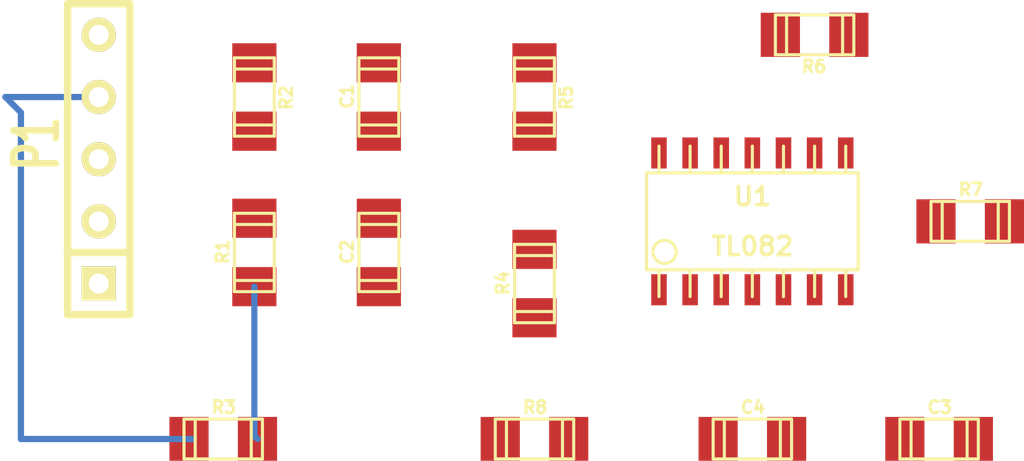
<source format=kicad_pcb>
(kicad_pcb (version 3) (host pcbnew "(2013-07-07 BZR 4022)-stable")

  (general
    (links 28)
    (no_connects 28)
    (area 15.23873 18.48612 57.466497 38.66388)
    (thickness 1.6)
    (drawings 0)
    (tracks 8)
    (zones 0)
    (modules 14)
    (nets 10)
  )

  (page A3)
  (layers
    (15 F.Cu signal)
    (0 B.Cu signal)
    (16 B.Adhes user)
    (17 F.Adhes user)
    (18 B.Paste user)
    (19 F.Paste user)
    (20 B.SilkS user)
    (21 F.SilkS user)
    (22 B.Mask user)
    (23 F.Mask user)
    (24 Dwgs.User user)
    (25 Cmts.User user)
    (26 Eco1.User user)
    (27 Eco2.User user)
    (28 Edge.Cuts user)
  )

  (setup
    (last_trace_width 0.254)
    (trace_clearance 0.254)
    (zone_clearance 0.508)
    (zone_45_only no)
    (trace_min 0.254)
    (segment_width 0.2)
    (edge_width 0.1)
    (via_size 0.889)
    (via_drill 0.635)
    (via_min_size 0.889)
    (via_min_drill 0.508)
    (uvia_size 0.508)
    (uvia_drill 0.127)
    (uvias_allowed no)
    (uvia_min_size 0.508)
    (uvia_min_drill 0.127)
    (pcb_text_width 0.3)
    (pcb_text_size 1.5 1.5)
    (mod_edge_width 0.15)
    (mod_text_size 1 1)
    (mod_text_width 0.15)
    (pad_size 1.5 1.5)
    (pad_drill 0.6)
    (pad_to_mask_clearance 0)
    (aux_axis_origin 0 0)
    (visible_elements 7FFFFFFF)
    (pcbplotparams
      (layerselection 3178497)
      (usegerberextensions true)
      (excludeedgelayer true)
      (linewidth 0.150000)
      (plotframeref false)
      (viasonmask false)
      (mode 1)
      (useauxorigin false)
      (hpglpennumber 1)
      (hpglpenspeed 20)
      (hpglpendiameter 15)
      (hpglpenoverlay 2)
      (psnegative false)
      (psa4output false)
      (plotreference true)
      (plotvalue true)
      (plotothertext true)
      (plotinvisibletext false)
      (padsonsilk false)
      (subtractmaskfromsilk false)
      (outputformat 1)
      (mirror false)
      (drillshape 1)
      (scaleselection 1)
      (outputdirectory ""))
  )

  (net 0 "")
  (net 1 N-000001)
  (net 2 N-000002)
  (net 3 N-000003)
  (net 4 N-000004)
  (net 5 N-000005)
  (net 6 N-000006)
  (net 7 N-000007)
  (net 8 N-000008)
  (net 9 N-000009)

  (net_class Default "Dies ist die voreingestellte Netzklasse."
    (clearance 0.254)
    (trace_width 0.254)
    (via_dia 0.889)
    (via_drill 0.635)
    (uvia_dia 0.508)
    (uvia_drill 0.127)
    (add_net "")
    (add_net N-000001)
    (add_net N-000002)
    (add_net N-000003)
    (add_net N-000004)
    (add_net N-000005)
    (add_net N-000006)
    (add_net N-000007)
    (add_net N-000008)
    (add_net N-000009)
  )

  (module so-14 (layer F.Cu) (tedit 48A6BF8F) (tstamp 537D1C92)
    (at 45.72 27.94)
    (descr SO-14)
    (path /537F7E44)
    (attr smd)
    (fp_text reference U1 (at 0 -1.016) (layer F.SilkS)
      (effects (font (size 0.7493 0.7493) (thickness 0.14986)))
    )
    (fp_text value TL082 (at 0 1.016) (layer F.SilkS)
      (effects (font (size 0.7493 0.7493) (thickness 0.14986)))
    )
    (fp_line (start -4.318 -1.9812) (end -4.318 1.9812) (layer F.SilkS) (width 0.127))
    (fp_line (start -4.318 1.9812) (end 4.318 1.9812) (layer F.SilkS) (width 0.127))
    (fp_line (start 4.318 1.9812) (end 4.318 -1.9812) (layer F.SilkS) (width 0.127))
    (fp_line (start 4.318 -1.9812) (end -4.318 -1.9812) (layer F.SilkS) (width 0.127))
    (fp_line (start -2.54 -1.9812) (end -2.54 -3.0734) (layer F.SilkS) (width 0.127))
    (fp_line (start -1.27 -1.9812) (end -1.27 -3.0734) (layer F.SilkS) (width 0.127))
    (fp_line (start 0 -1.9812) (end 0 -3.0734) (layer F.SilkS) (width 0.127))
    (fp_line (start -3.81 -1.9812) (end -3.81 -3.0734) (layer F.SilkS) (width 0.127))
    (fp_line (start 1.27 -3.0734) (end 1.27 -1.9812) (layer F.SilkS) (width 0.127))
    (fp_line (start 2.54 -3.0734) (end 2.54 -1.9812) (layer F.SilkS) (width 0.127))
    (fp_line (start 3.81 -3.0734) (end 3.81 -1.9812) (layer F.SilkS) (width 0.127))
    (fp_line (start 3.81 1.9812) (end 3.81 3.0734) (layer F.SilkS) (width 0.127))
    (fp_line (start 2.54 1.9812) (end 2.54 3.0734) (layer F.SilkS) (width 0.127))
    (fp_line (start -3.81 1.9812) (end -3.81 3.0734) (layer F.SilkS) (width 0.127))
    (fp_line (start -2.54 3.0734) (end -2.54 1.9812) (layer F.SilkS) (width 0.127))
    (fp_line (start 1.27 3.0734) (end 1.27 1.9812) (layer F.SilkS) (width 0.127))
    (fp_line (start 0 3.0734) (end 0 1.9812) (layer F.SilkS) (width 0.127))
    (fp_line (start -1.27 3.0734) (end -1.27 1.9812) (layer F.SilkS) (width 0.127))
    (fp_circle (center -3.5814 1.2446) (end -3.8608 1.6256) (layer F.SilkS) (width 0.127))
    (pad 1 smd rect (at -3.81 2.794) (size 0.635 1.27)
      (layers F.Cu F.Paste F.Mask)
      (net 8 N-000008)
    )
    (pad 2 smd rect (at -2.54 2.794) (size 0.635 1.27)
      (layers F.Cu F.Paste F.Mask)
      (net 2 N-000002)
    )
    (pad 3 smd rect (at -1.27 2.794) (size 0.635 1.27)
      (layers F.Cu F.Paste F.Mask)
      (net 5 N-000005)
    )
    (pad 4 smd rect (at 0 2.794) (size 0.635 1.27)
      (layers F.Cu F.Paste F.Mask)
      (net 4 N-000004)
    )
    (pad 5 smd rect (at 1.27 2.794) (size 0.635 1.27)
      (layers F.Cu F.Paste F.Mask)
      (net 3 N-000003)
    )
    (pad 6 smd rect (at 2.54 2.794) (size 0.635 1.27)
      (layers F.Cu F.Paste F.Mask)
      (net 9 N-000009)
    )
    (pad 7 smd rect (at 3.81 2.794) (size 0.635 1.27)
      (layers F.Cu F.Paste F.Mask)
      (net 9 N-000009)
    )
    (pad 8 smd rect (at 3.81 -2.794) (size 0.635 1.27)
      (layers F.Cu F.Paste F.Mask)
      (net 1 N-000001)
    )
    (pad 9 smd rect (at 2.54 -2.794) (size 0.635 1.27)
      (layers F.Cu F.Paste F.Mask)
    )
    (pad 10 smd rect (at 1.27 -2.794) (size 0.635 1.27)
      (layers F.Cu F.Paste F.Mask)
    )
    (pad 11 smd rect (at 0 -2.794) (size 0.635 1.27)
      (layers F.Cu F.Paste F.Mask)
    )
    (pad 12 smd rect (at -1.27 -2.794) (size 0.635 1.27)
      (layers F.Cu F.Paste F.Mask)
    )
    (pad 13 smd rect (at -2.54 -2.794) (size 0.635 1.27)
      (layers F.Cu F.Paste F.Mask)
    )
    (pad 14 smd rect (at -3.81 -2.794) (size 0.635 1.27)
      (layers F.Cu F.Paste F.Mask)
    )
    (model smd/smd_dil/so-14.wrl
      (at (xyz 0 0 0))
      (scale (xyz 1 1 1))
      (rotate (xyz 0 0 0))
    )
  )

  (module SIL-5 (layer F.Cu) (tedit 200000) (tstamp 537D1CA0)
    (at 19.05 24.13 90)
    (descr "Connecteur 5 pins")
    (tags "CONN DEV")
    (path /537F7E62)
    (fp_text reference P1 (at -0.635 -2.54 90) (layer F.SilkS)
      (effects (font (size 1.72974 1.08712) (thickness 0.3048)))
    )
    (fp_text value CONN_5 (at 0 -2.54 90) (layer F.SilkS) hide
      (effects (font (size 1.524 1.016) (thickness 0.3048)))
    )
    (fp_line (start -7.62 1.27) (end -7.62 -1.27) (layer F.SilkS) (width 0.3048))
    (fp_line (start -7.62 -1.27) (end 5.08 -1.27) (layer F.SilkS) (width 0.3048))
    (fp_line (start 5.08 -1.27) (end 5.08 1.27) (layer F.SilkS) (width 0.3048))
    (fp_line (start 5.08 1.27) (end -7.62 1.27) (layer F.SilkS) (width 0.3048))
    (fp_line (start -5.08 1.27) (end -5.08 -1.27) (layer F.SilkS) (width 0.3048))
    (pad 1 thru_hole rect (at -6.35 0 90) (size 1.397 1.397) (drill 0.8128)
      (layers *.Cu *.Mask F.SilkS)
      (net 1 N-000001)
    )
    (pad 2 thru_hole circle (at -3.81 0 90) (size 1.397 1.397) (drill 0.8128)
      (layers *.Cu *.Mask F.SilkS)
      (net 7 N-000007)
    )
    (pad 3 thru_hole circle (at -1.27 0 90) (size 1.397 1.397) (drill 0.8128)
      (layers *.Cu *.Mask F.SilkS)
      (net 8 N-000008)
    )
    (pad 4 thru_hole circle (at 1.27 0 90) (size 1.397 1.397) (drill 0.8128)
      (layers *.Cu *.Mask F.SilkS)
      (net 9 N-000009)
    )
    (pad 5 thru_hole circle (at 3.81 0 90) (size 1.397 1.397) (drill 0.8128)
      (layers *.Cu *.Mask F.SilkS)
      (net 4 N-000004)
    )
  )

  (module c_1206 (layer F.Cu) (tedit 490473F0) (tstamp 537D1D65)
    (at 30.48 22.86 90)
    (descr "SMT capacitor, 1206")
    (path /537F7E42)
    (fp_text reference C1 (at 0.0254 -1.2954 90) (layer F.SilkS)
      (effects (font (size 0.50038 0.50038) (thickness 0.11938)))
    )
    (fp_text value C (at 0 1.27 90) (layer F.SilkS) hide
      (effects (font (size 0.50038 0.50038) (thickness 0.11938)))
    )
    (fp_line (start 1.143 0.8128) (end 1.143 -0.8128) (layer F.SilkS) (width 0.127))
    (fp_line (start -1.143 -0.8128) (end -1.143 0.8128) (layer F.SilkS) (width 0.127))
    (fp_line (start -1.6002 -0.8128) (end -1.6002 0.8128) (layer F.SilkS) (width 0.127))
    (fp_line (start -1.6002 0.8128) (end 1.6002 0.8128) (layer F.SilkS) (width 0.127))
    (fp_line (start 1.6002 0.8128) (end 1.6002 -0.8128) (layer F.SilkS) (width 0.127))
    (fp_line (start 1.6002 -0.8128) (end -1.6002 -0.8128) (layer F.SilkS) (width 0.127))
    (pad 1 smd rect (at 1.397 0 90) (size 1.6002 1.8034)
      (layers F.Cu F.Paste F.Mask)
      (net 6 N-000006)
    )
    (pad 2 smd rect (at -1.397 0 90) (size 1.6002 1.8034)
      (layers F.Cu F.Paste F.Mask)
      (net 8 N-000008)
    )
    (model smd/capacitors/c_1206.wrl
      (at (xyz 0 0 0))
      (scale (xyz 1 1 1))
      (rotate (xyz 0 0 0))
    )
  )

  (module c_1206 (layer F.Cu) (tedit 490473F0) (tstamp 537D1D71)
    (at 30.48 29.21 90)
    (descr "SMT capacitor, 1206")
    (path /537F7E41)
    (fp_text reference C2 (at 0.0254 -1.2954 90) (layer F.SilkS)
      (effects (font (size 0.50038 0.50038) (thickness 0.11938)))
    )
    (fp_text value C (at 0 1.27 90) (layer F.SilkS) hide
      (effects (font (size 0.50038 0.50038) (thickness 0.11938)))
    )
    (fp_line (start 1.143 0.8128) (end 1.143 -0.8128) (layer F.SilkS) (width 0.127))
    (fp_line (start -1.143 -0.8128) (end -1.143 0.8128) (layer F.SilkS) (width 0.127))
    (fp_line (start -1.6002 -0.8128) (end -1.6002 0.8128) (layer F.SilkS) (width 0.127))
    (fp_line (start -1.6002 0.8128) (end 1.6002 0.8128) (layer F.SilkS) (width 0.127))
    (fp_line (start 1.6002 0.8128) (end 1.6002 -0.8128) (layer F.SilkS) (width 0.127))
    (fp_line (start 1.6002 -0.8128) (end -1.6002 -0.8128) (layer F.SilkS) (width 0.127))
    (pad 1 smd rect (at 1.397 0 90) (size 1.6002 1.8034)
      (layers F.Cu F.Paste F.Mask)
      (net 6 N-000006)
    )
    (pad 2 smd rect (at -1.397 0 90) (size 1.6002 1.8034)
      (layers F.Cu F.Paste F.Mask)
      (net 2 N-000002)
    )
    (model smd/capacitors/c_1206.wrl
      (at (xyz 0 0 0))
      (scale (xyz 1 1 1))
      (rotate (xyz 0 0 0))
    )
  )

  (module c_1206 (layer F.Cu) (tedit 490473F0) (tstamp 537D1D7D)
    (at 24.13 36.83)
    (descr "SMT capacitor, 1206")
    (path /537F7E40)
    (fp_text reference R3 (at 0.0254 -1.2954) (layer F.SilkS)
      (effects (font (size 0.50038 0.50038) (thickness 0.11938)))
    )
    (fp_text value R (at 0 1.27) (layer F.SilkS) hide
      (effects (font (size 0.50038 0.50038) (thickness 0.11938)))
    )
    (fp_line (start 1.143 0.8128) (end 1.143 -0.8128) (layer F.SilkS) (width 0.127))
    (fp_line (start -1.143 -0.8128) (end -1.143 0.8128) (layer F.SilkS) (width 0.127))
    (fp_line (start -1.6002 -0.8128) (end -1.6002 0.8128) (layer F.SilkS) (width 0.127))
    (fp_line (start -1.6002 0.8128) (end 1.6002 0.8128) (layer F.SilkS) (width 0.127))
    (fp_line (start 1.6002 0.8128) (end 1.6002 -0.8128) (layer F.SilkS) (width 0.127))
    (fp_line (start 1.6002 -0.8128) (end -1.6002 -0.8128) (layer F.SilkS) (width 0.127))
    (pad 1 smd rect (at 1.397 0) (size 1.6002 1.8034)
      (layers F.Cu F.Paste F.Mask)
      (net 6 N-000006)
    )
    (pad 2 smd rect (at -1.397 0) (size 1.6002 1.8034)
      (layers F.Cu F.Paste F.Mask)
      (net 9 N-000009)
    )
    (model smd/capacitors/c_1206.wrl
      (at (xyz 0 0 0))
      (scale (xyz 1 1 1))
      (rotate (xyz 0 0 0))
    )
  )

  (module c_1206 (layer F.Cu) (tedit 490473F0) (tstamp 537D1D89)
    (at 25.4 22.86 270)
    (descr "SMT capacitor, 1206")
    (path /537F7E48)
    (fp_text reference R2 (at 0.0254 -1.2954 270) (layer F.SilkS)
      (effects (font (size 0.50038 0.50038) (thickness 0.11938)))
    )
    (fp_text value R (at 0 1.27 270) (layer F.SilkS) hide
      (effects (font (size 0.50038 0.50038) (thickness 0.11938)))
    )
    (fp_line (start 1.143 0.8128) (end 1.143 -0.8128) (layer F.SilkS) (width 0.127))
    (fp_line (start -1.143 -0.8128) (end -1.143 0.8128) (layer F.SilkS) (width 0.127))
    (fp_line (start -1.6002 -0.8128) (end -1.6002 0.8128) (layer F.SilkS) (width 0.127))
    (fp_line (start -1.6002 0.8128) (end 1.6002 0.8128) (layer F.SilkS) (width 0.127))
    (fp_line (start 1.6002 0.8128) (end 1.6002 -0.8128) (layer F.SilkS) (width 0.127))
    (fp_line (start 1.6002 -0.8128) (end -1.6002 -0.8128) (layer F.SilkS) (width 0.127))
    (pad 1 smd rect (at 1.397 0 270) (size 1.6002 1.8034)
      (layers F.Cu F.Paste F.Mask)
      (net 7 N-000007)
    )
    (pad 2 smd rect (at -1.397 0 270) (size 1.6002 1.8034)
      (layers F.Cu F.Paste F.Mask)
      (net 6 N-000006)
    )
    (model smd/capacitors/c_1206.wrl
      (at (xyz 0 0 0))
      (scale (xyz 1 1 1))
      (rotate (xyz 0 0 0))
    )
  )

  (module c_1206 (layer F.Cu) (tedit 490473F0) (tstamp 537D1D95)
    (at 25.4 29.21 90)
    (descr "SMT capacitor, 1206")
    (path /537F7E3F)
    (fp_text reference R1 (at 0.0254 -1.2954 90) (layer F.SilkS)
      (effects (font (size 0.50038 0.50038) (thickness 0.11938)))
    )
    (fp_text value R (at 0 1.27 90) (layer F.SilkS) hide
      (effects (font (size 0.50038 0.50038) (thickness 0.11938)))
    )
    (fp_line (start 1.143 0.8128) (end 1.143 -0.8128) (layer F.SilkS) (width 0.127))
    (fp_line (start -1.143 -0.8128) (end -1.143 0.8128) (layer F.SilkS) (width 0.127))
    (fp_line (start -1.6002 -0.8128) (end -1.6002 0.8128) (layer F.SilkS) (width 0.127))
    (fp_line (start -1.6002 0.8128) (end 1.6002 0.8128) (layer F.SilkS) (width 0.127))
    (fp_line (start 1.6002 0.8128) (end 1.6002 -0.8128) (layer F.SilkS) (width 0.127))
    (fp_line (start 1.6002 -0.8128) (end -1.6002 -0.8128) (layer F.SilkS) (width 0.127))
    (pad 1 smd rect (at 1.397 0 90) (size 1.6002 1.8034)
      (layers F.Cu F.Paste F.Mask)
      (net 7 N-000007)
    )
    (pad 2 smd rect (at -1.397 0 90) (size 1.6002 1.8034)
      (layers F.Cu F.Paste F.Mask)
      (net 6 N-000006)
    )
    (model smd/capacitors/c_1206.wrl
      (at (xyz 0 0 0))
      (scale (xyz 1 1 1))
      (rotate (xyz 0 0 0))
    )
  )

  (module c_1206 (layer F.Cu) (tedit 490473F0) (tstamp 537D1DA1)
    (at 48.26 20.32 180)
    (descr "SMT capacitor, 1206")
    (path /537F7E61)
    (fp_text reference R6 (at 0.0254 -1.2954 180) (layer F.SilkS)
      (effects (font (size 0.50038 0.50038) (thickness 0.11938)))
    )
    (fp_text value R (at 0 1.27 180) (layer F.SilkS) hide
      (effects (font (size 0.50038 0.50038) (thickness 0.11938)))
    )
    (fp_line (start 1.143 0.8128) (end 1.143 -0.8128) (layer F.SilkS) (width 0.127))
    (fp_line (start -1.143 -0.8128) (end -1.143 0.8128) (layer F.SilkS) (width 0.127))
    (fp_line (start -1.6002 -0.8128) (end -1.6002 0.8128) (layer F.SilkS) (width 0.127))
    (fp_line (start -1.6002 0.8128) (end 1.6002 0.8128) (layer F.SilkS) (width 0.127))
    (fp_line (start 1.6002 0.8128) (end 1.6002 -0.8128) (layer F.SilkS) (width 0.127))
    (fp_line (start 1.6002 -0.8128) (end -1.6002 -0.8128) (layer F.SilkS) (width 0.127))
    (pad 1 smd rect (at 1.397 0 180) (size 1.6002 1.8034)
      (layers F.Cu F.Paste F.Mask)
      (net 5 N-000005)
    )
    (pad 2 smd rect (at -1.397 0 180) (size 1.6002 1.8034)
      (layers F.Cu F.Paste F.Mask)
      (net 9 N-000009)
    )
    (model smd/capacitors/c_1206.wrl
      (at (xyz 0 0 0))
      (scale (xyz 1 1 1))
      (rotate (xyz 0 0 0))
    )
  )

  (module c_1206 (layer F.Cu) (tedit 490473F0) (tstamp 537D1DAD)
    (at 54.61 27.94)
    (descr "SMT capacitor, 1206")
    (path /537F84DF)
    (fp_text reference R7 (at 0.0254 -1.2954) (layer F.SilkS)
      (effects (font (size 0.50038 0.50038) (thickness 0.11938)))
    )
    (fp_text value R (at 0 1.27) (layer F.SilkS) hide
      (effects (font (size 0.50038 0.50038) (thickness 0.11938)))
    )
    (fp_line (start 1.143 0.8128) (end 1.143 -0.8128) (layer F.SilkS) (width 0.127))
    (fp_line (start -1.143 -0.8128) (end -1.143 0.8128) (layer F.SilkS) (width 0.127))
    (fp_line (start -1.6002 -0.8128) (end -1.6002 0.8128) (layer F.SilkS) (width 0.127))
    (fp_line (start -1.6002 0.8128) (end 1.6002 0.8128) (layer F.SilkS) (width 0.127))
    (fp_line (start 1.6002 0.8128) (end 1.6002 -0.8128) (layer F.SilkS) (width 0.127))
    (fp_line (start 1.6002 -0.8128) (end -1.6002 -0.8128) (layer F.SilkS) (width 0.127))
    (pad 1 smd rect (at 1.397 0) (size 1.6002 1.8034)
      (layers F.Cu F.Paste F.Mask)
      (net 1 N-000001)
    )
    (pad 2 smd rect (at -1.397 0) (size 1.6002 1.8034)
      (layers F.Cu F.Paste F.Mask)
      (net 3 N-000003)
    )
    (model smd/capacitors/c_1206.wrl
      (at (xyz 0 0 0))
      (scale (xyz 1 1 1))
      (rotate (xyz 0 0 0))
    )
  )

  (module c_1206 (layer F.Cu) (tedit 490473F0) (tstamp 537D1DB9)
    (at 36.83 30.48 90)
    (descr "SMT capacitor, 1206")
    (path /537F7E5E)
    (fp_text reference R4 (at 0.0254 -1.2954 90) (layer F.SilkS)
      (effects (font (size 0.50038 0.50038) (thickness 0.11938)))
    )
    (fp_text value R (at 0 1.27 90) (layer F.SilkS) hide
      (effects (font (size 0.50038 0.50038) (thickness 0.11938)))
    )
    (fp_line (start 1.143 0.8128) (end 1.143 -0.8128) (layer F.SilkS) (width 0.127))
    (fp_line (start -1.143 -0.8128) (end -1.143 0.8128) (layer F.SilkS) (width 0.127))
    (fp_line (start -1.6002 -0.8128) (end -1.6002 0.8128) (layer F.SilkS) (width 0.127))
    (fp_line (start -1.6002 0.8128) (end 1.6002 0.8128) (layer F.SilkS) (width 0.127))
    (fp_line (start 1.6002 0.8128) (end 1.6002 -0.8128) (layer F.SilkS) (width 0.127))
    (fp_line (start 1.6002 -0.8128) (end -1.6002 -0.8128) (layer F.SilkS) (width 0.127))
    (pad 1 smd rect (at 1.397 0 90) (size 1.6002 1.8034)
      (layers F.Cu F.Paste F.Mask)
      (net 8 N-000008)
    )
    (pad 2 smd rect (at -1.397 0 90) (size 1.6002 1.8034)
      (layers F.Cu F.Paste F.Mask)
      (net 2 N-000002)
    )
    (model smd/capacitors/c_1206.wrl
      (at (xyz 0 0 0))
      (scale (xyz 1 1 1))
      (rotate (xyz 0 0 0))
    )
  )

  (module c_1206 (layer F.Cu) (tedit 490473F0) (tstamp 537D1DC5)
    (at 36.83 22.86 270)
    (descr "SMT capacitor, 1206")
    (path /537F7E60)
    (fp_text reference R5 (at 0.0254 -1.2954 270) (layer F.SilkS)
      (effects (font (size 0.50038 0.50038) (thickness 0.11938)))
    )
    (fp_text value R (at 0 1.27 270) (layer F.SilkS) hide
      (effects (font (size 0.50038 0.50038) (thickness 0.11938)))
    )
    (fp_line (start 1.143 0.8128) (end 1.143 -0.8128) (layer F.SilkS) (width 0.127))
    (fp_line (start -1.143 -0.8128) (end -1.143 0.8128) (layer F.SilkS) (width 0.127))
    (fp_line (start -1.6002 -0.8128) (end -1.6002 0.8128) (layer F.SilkS) (width 0.127))
    (fp_line (start -1.6002 0.8128) (end 1.6002 0.8128) (layer F.SilkS) (width 0.127))
    (fp_line (start 1.6002 0.8128) (end 1.6002 -0.8128) (layer F.SilkS) (width 0.127))
    (fp_line (start 1.6002 -0.8128) (end -1.6002 -0.8128) (layer F.SilkS) (width 0.127))
    (pad 1 smd rect (at 1.397 0 270) (size 1.6002 1.8034)
      (layers F.Cu F.Paste F.Mask)
      (net 8 N-000008)
    )
    (pad 2 smd rect (at -1.397 0 270) (size 1.6002 1.8034)
      (layers F.Cu F.Paste F.Mask)
      (net 5 N-000005)
    )
    (model smd/capacitors/c_1206.wrl
      (at (xyz 0 0 0))
      (scale (xyz 1 1 1))
      (rotate (xyz 0 0 0))
    )
  )

  (module c_1206 (layer F.Cu) (tedit 490473F0) (tstamp 537D1DD1)
    (at 53.34 36.83)
    (descr "SMT capacitor, 1206")
    (path /537F878A)
    (fp_text reference C3 (at 0.0254 -1.2954) (layer F.SilkS)
      (effects (font (size 0.50038 0.50038) (thickness 0.11938)))
    )
    (fp_text value C (at 0 1.27) (layer F.SilkS) hide
      (effects (font (size 0.50038 0.50038) (thickness 0.11938)))
    )
    (fp_line (start 1.143 0.8128) (end 1.143 -0.8128) (layer F.SilkS) (width 0.127))
    (fp_line (start -1.143 -0.8128) (end -1.143 0.8128) (layer F.SilkS) (width 0.127))
    (fp_line (start -1.6002 -0.8128) (end -1.6002 0.8128) (layer F.SilkS) (width 0.127))
    (fp_line (start -1.6002 0.8128) (end 1.6002 0.8128) (layer F.SilkS) (width 0.127))
    (fp_line (start 1.6002 0.8128) (end 1.6002 -0.8128) (layer F.SilkS) (width 0.127))
    (fp_line (start 1.6002 -0.8128) (end -1.6002 -0.8128) (layer F.SilkS) (width 0.127))
    (pad 1 smd rect (at 1.397 0) (size 1.6002 1.8034)
      (layers F.Cu F.Paste F.Mask)
      (net 1 N-000001)
    )
    (pad 2 smd rect (at -1.397 0) (size 1.6002 1.8034)
      (layers F.Cu F.Paste F.Mask)
      (net 3 N-000003)
    )
    (model smd/capacitors/c_1206.wrl
      (at (xyz 0 0 0))
      (scale (xyz 1 1 1))
      (rotate (xyz 0 0 0))
    )
  )

  (module c_1206 (layer F.Cu) (tedit 490473F0) (tstamp 537F8666)
    (at 36.83 36.83)
    (descr "SMT capacitor, 1206")
    (path /537F84D0)
    (fp_text reference R8 (at 0.0254 -1.2954) (layer F.SilkS)
      (effects (font (size 0.50038 0.50038) (thickness 0.11938)))
    )
    (fp_text value R (at 0 1.27) (layer F.SilkS) hide
      (effects (font (size 0.50038 0.50038) (thickness 0.11938)))
    )
    (fp_line (start 1.143 0.8128) (end 1.143 -0.8128) (layer F.SilkS) (width 0.127))
    (fp_line (start -1.143 -0.8128) (end -1.143 0.8128) (layer F.SilkS) (width 0.127))
    (fp_line (start -1.6002 -0.8128) (end -1.6002 0.8128) (layer F.SilkS) (width 0.127))
    (fp_line (start -1.6002 0.8128) (end 1.6002 0.8128) (layer F.SilkS) (width 0.127))
    (fp_line (start 1.6002 0.8128) (end 1.6002 -0.8128) (layer F.SilkS) (width 0.127))
    (fp_line (start 1.6002 -0.8128) (end -1.6002 -0.8128) (layer F.SilkS) (width 0.127))
    (pad 1 smd rect (at 1.397 0) (size 1.6002 1.8034)
      (layers F.Cu F.Paste F.Mask)
      (net 3 N-000003)
    )
    (pad 2 smd rect (at -1.397 0) (size 1.6002 1.8034)
      (layers F.Cu F.Paste F.Mask)
      (net 4 N-000004)
    )
    (model smd/capacitors/c_1206.wrl
      (at (xyz 0 0 0))
      (scale (xyz 1 1 1))
      (rotate (xyz 0 0 0))
    )
  )

  (module c_1206 (layer F.Cu) (tedit 490473F0) (tstamp 537F8672)
    (at 45.72 36.83)
    (descr "SMT capacitor, 1206")
    (path /537F8799)
    (fp_text reference C4 (at 0.0254 -1.2954) (layer F.SilkS)
      (effects (font (size 0.50038 0.50038) (thickness 0.11938)))
    )
    (fp_text value C (at 0 1.27) (layer F.SilkS) hide
      (effects (font (size 0.50038 0.50038) (thickness 0.11938)))
    )
    (fp_line (start 1.143 0.8128) (end 1.143 -0.8128) (layer F.SilkS) (width 0.127))
    (fp_line (start -1.143 -0.8128) (end -1.143 0.8128) (layer F.SilkS) (width 0.127))
    (fp_line (start -1.6002 -0.8128) (end -1.6002 0.8128) (layer F.SilkS) (width 0.127))
    (fp_line (start -1.6002 0.8128) (end 1.6002 0.8128) (layer F.SilkS) (width 0.127))
    (fp_line (start 1.6002 0.8128) (end 1.6002 -0.8128) (layer F.SilkS) (width 0.127))
    (fp_line (start 1.6002 -0.8128) (end -1.6002 -0.8128) (layer F.SilkS) (width 0.127))
    (pad 1 smd rect (at 1.397 0) (size 1.6002 1.8034)
      (layers F.Cu F.Paste F.Mask)
      (net 3 N-000003)
    )
    (pad 2 smd rect (at -1.397 0) (size 1.6002 1.8034)
      (layers F.Cu F.Paste F.Mask)
      (net 4 N-000004)
    )
    (model smd/capacitors/c_1206.wrl
      (at (xyz 0 0 0))
      (scale (xyz 1 1 1))
      (rotate (xyz 0 0 0))
    )
  )

  (segment (start 25.4 30.607) (end 25.4 36.703) (width 0.254) (layer B.Cu) (net 0))
  (segment (start 25.4 36.703) (end 25.527 36.83) (width 0.254) (layer B.Cu) (net 0) (tstamp 537F8E8D))
  (segment (start 22.733 36.83) (end 22.86 36.83) (width 0.254) (layer B.Cu) (net 9))
  (segment (start 15.24 22.86) (end 15.875 23.495) (width 0.254) (layer B.Cu) (net 9) (tstamp 537F8E55))
  (segment (start 15.875 23.495) (end 15.875 36.83) (width 0.254) (layer B.Cu) (net 9) (tstamp 537F8E59))
  (segment (start 22.733 36.83) (end 22.86 36.83) (width 0.254) (layer B.Cu) (net 9) (tstamp 537F8E80))
  (segment (start 15.875 36.83) (end 22.733 36.83) (width 0.254) (layer B.Cu) (net 9) (tstamp 537F8E60))
  (segment (start 19.05 22.86) (end 15.24 22.86) (width 0.254) (layer B.Cu) (net 9) (status 400000))

)

</source>
